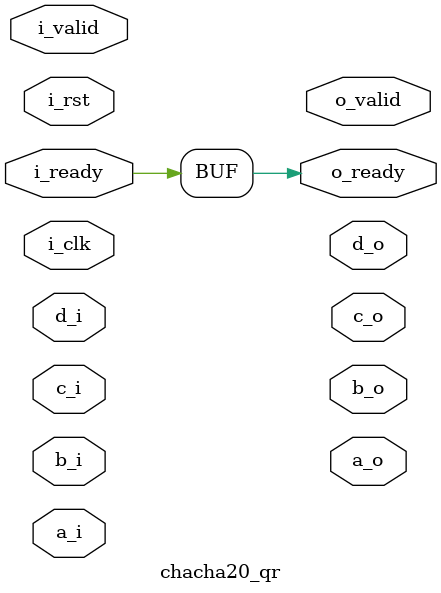
<source format=sv>

`define ROTL(x, n) {x[31-n:0], x[31:32-n]}


module chacha20_qr #(
    parameter PIPELINE_STAGES=7   
)(
    input i_clk,
    input i_rst,

    input i_valid,
    output o_ready,
    input logic [31:0] a_i, b_i, c_i, d_i,

    output o_valid,
    input i_ready,
    output logic [31:0] a_o, b_o, c_o, d_o
);



logic [31:0] a_int [7];
logic [31:0] b_int [7];
logic [31:0] c_int [7];
logic [31:0] d_int [7];

logic [6:0] valid_sr;

// There is an output stage which handles isolating backpressure from the rest
// of the design from the core, so we don't need to worry about it here, we can
// have a single signal gate all of this.
assign o_ready = i_ready;


always_ff @(posedge i_clk) begin
    if (i_rst) begin
        valid_sr <= '0;
    end else begin
        if (i_ready) begin
            // 1. Update A
            a_int[0] <= a_i + b_i;
            b_int[0] <= b_i;
            c_int[0] <= c_i;
            d_int[0] <= d_i;

            // 2. Update D
            a_int[1] <= a_int[0];
            b_int[1] <= b_int[0];
            c_int[1] <= c_int[0];
            d_int[1] <= `ROTL(a_int[0] ^ d_int[0], 16);

        end
    end
end

endmodule


// always_comb begin
//     a_int_0 = a_i + b_i;
//     d_int_0 = a_int_0 ^ d_i;
//     d_int_1 = `ROTL(d_int_0, 16);
//     c_int_0 = c_i + d_int_1;
//     b_int_0 = c_int_0 ^ b_i;
//     b_int_1 = `ROTL(b_int_0, 12);
//     a_o = a_int_0 + b_int_1;
//     d_int_2 = d_int_1 ^ a_o;
//     d_o = `ROTL(d_int_2, 8);
//     c_o = c_int_0 + d_o;
//     b_int_2 = b_int_1 ^ c_o;
//     b_o = `ROTL(b_int_2, 7);
// end

// endmodule

</source>
